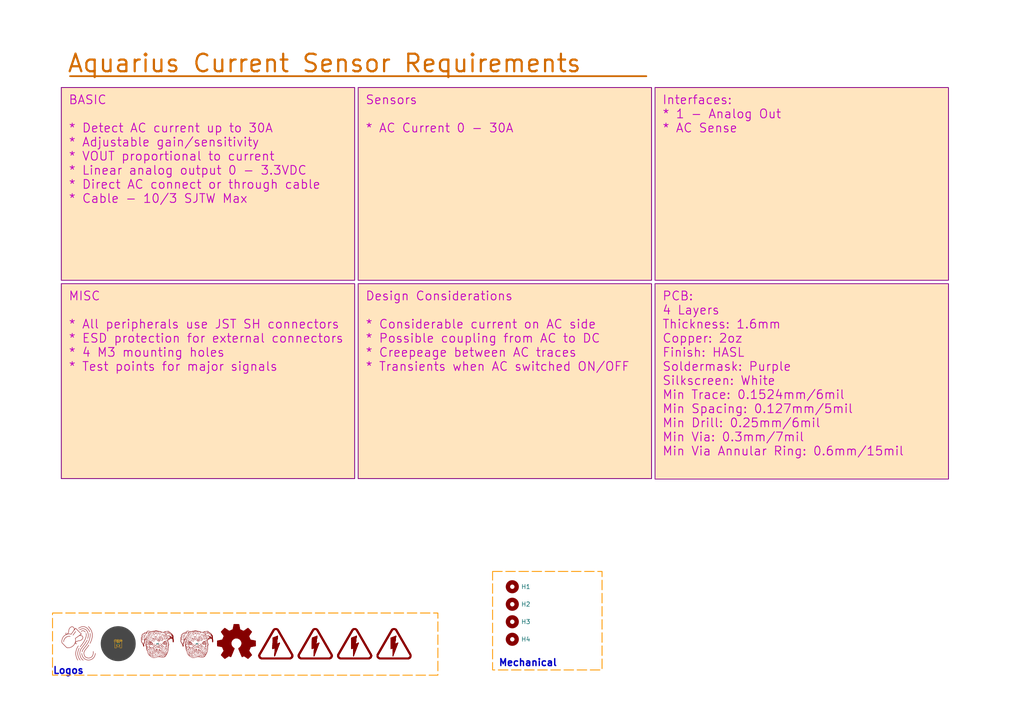
<source format=kicad_sch>
(kicad_sch (version 20250114) (generator "eeschema") (generator_version "9.0")
  (paper "A4")
  (title_block (title "Current Sensor") (date "<<release-date>>") (rev "<<tag>>") (comment 1 "<<hash>>"))
  (lib_symbols
    (symbol "CRGM Logos:Aquarius Logo")
    (symbol "CRGM Logos:CRGM Logo")
    (symbol "CRGM Logos:Roxy Logo" (in_bom no))
    (symbol "CRGM Symbols:High Voltage")
    (symbol "Graphic:Logo_Open_Hardware_Small" (in_bom no) (on_board no))
    (symbol "Mechanical:MountingHole" (pin_names (offset 1.016)) (exclude_from_sim yes) (in_bom no)
      (property "Reference" "H" (at 0 5.08 0))
      (property "Value" "MountingHole" (at 0 3.175 0))
    )
  )
  (rectangle (start 142.875 165.735) (end 174.625 194.31) (stroke (width 0.254) (type dash) (color 255 153 0 1)))
  (rectangle (start 15.24 177.8) (end 127 195.834) (stroke (width 0.254) (type dash) (color 255 153 0 1)))
  (text "Logos" (at 15.24 195.834 0) (effects (font (size 2 2) (thickness 0.4) (bold yes)) (justify left bottom)))
  (text "Aquarius Current Sensor Requirements" (at 19.304 15.621 0) (effects (font (size 5.08 5.08) (thickness 0.635) (bold yes)) (justify left top)))
  (text "Mechanical" (at 144.526 193.548 0) (effects (font (size 2 2) (thickness 0.4) (bold yes)) (justify left bottom)))
  (text_box "Interfaces:\n* 1 - Analog Out\n* AC Sense" (exclude_from_sim yes) (at 189.992 25.4 0) (size 85.09 55.88) (margins 2.032 2.032 2.032 2.032) (stroke (width 0.254) (color 132 0 132 1)) (fill (type color) (color 255 229 191 1)) (effects (font (size 2.54 2.54) (thickness 0.254) (bold yes)) (justify left top)))
  (text_box "PCB:\n4 Layers\nThickness: 1.6mm\nCopper: 2oz\nFinish: HASL\nSoldermask: Purple\nSilkscreen: White\nMin Trace: 0.1524mm/6mil\nMin Spacing: 0.127mm/5mil\nMin Drill: 0.25mm/6mil\nMin Via: 0.3mm/7mil\nMin Via Annular Ring: 0.6mm/15mil\n\n" (exclude_from_sim yes) (at 189.992 82.296 0) (size 85.09 56.642) (margins 2.032 2.032 2.032 2.032) (stroke (width 0.254) (color 132 0 132 1)) (fill (type color) (color 255 229 191 1)) (effects (font (size 2.54 2.54) (thickness 0.254) (bold yes)) (justify left top)))
  (text_box "BASIC\n\n* Detect AC current up to 30A\n* Adjustable gain/sensitivity\n* VOUT proportional to current\n* Linear analog output 0 - 3.3VDC\n* Direct AC connect or through cable\n* Cable - 10/3 SJTW Max" (exclude_from_sim yes) (at 17.78 25.4 0) (size 85.09 55.88) (margins 2.032 2.032 2.032 2.032) (stroke (width 0.254) (color 132 0 132 1)) (fill (type color) (color 255 229 191 1)) (effects (font (size 2.54 2.54) (thickness 0.254) (bold yes)) (justify left top)))
  (text_box "MISC\n\n* All peripherals use JST SH connectors\n* ESD protection for external connectors\n* 4 M3 mounting holes\n* Test points for major signals" (exclude_from_sim yes) (at 17.78 82.296 0) (size 85.09 56.515) (margins 2.032 2.032 2.032 2.032) (stroke (width 0.254) (color 132 0 132 1)) (fill (type color) (color 255 229 191 1)) (effects (font (size 2.54 2.54) (thickness 0.254) (bold yes)) (justify left top)))
  (text_box "Sensors\n\n* AC Current 0 - 30A\n" (exclude_from_sim yes) (at 103.886 25.4 0) (size 85.09 55.88) (margins 2.032 2.032 2.032 2.032) (stroke (width 0.254) (color 132 0 132 1)) (fill (type color) (color 255 229 191 1)) (effects (font (size 2.54 2.54) (thickness 0.254) (bold yes)) (justify left top)))
  (text_box "Design Considerations\n\n* Considerable current on AC side\n* Possible coupling from AC to DC\n* Creepeage between AC traces\n* Transients when AC switched ON/OFF" (exclude_from_sim yes) (at 103.886 82.296 0) (size 85.09 56.515) (margins 2.032 2.032 2.032 2.032) (stroke (width 0.254) (color 132 0 132 1)) (fill (type color) (color 255 229 191 1)) (effects (font (size 2.54 2.54) (thickness 0.254) (bold yes)) (justify left top)))
  (polyline (pts (xy 20.32 22.098) (xy 187.452 22.098)) (stroke (width 0.508) (color 204 102 0 1)))
  (symbol (lib_id "CRGM Logos:Aquarius Logo") (at 22.86 186.69 0) (unit 1) (in_bom no)
    (property "Reference" "LOGO3" (effects (hide yes)))
    (property "Footprint" "CRGM Logos:Aquarius Logo 5mm" (effects (hide yes)))
  )
  (symbol (lib_id "Graphic:Logo_Open_Hardware_Small") (at 68.58 186.69 0) (unit 1) (in_bom no)
    (property "Reference" "LOGO4" (effects (hide yes)))
    (property "Footprint" "Symbol:OSHW-Logo_5.7x6mm_SilkScreen" (effects (hide yes)))
    (property "Description" "Open Hardware logo, small" (effects (hide yes)))
  )
  (symbol (lib_id "CRGM Logos:Roxy Logo") (at 57.15 186.69 0) (unit 1) (in_bom no)
    (property "Reference" "LOGO2" (effects (hide yes)))
    (property "Value" "~" (at 57.15 186.69 0))
    (property "Footprint" "CRGM Logos:Roxy 5mm" (effects (hide yes)))
  )
  (symbol (lib_id "CRGM Symbols:High Voltage") (at 102.87 186.69 0) (unit 1) (in_bom no)
    (property "Reference" "S3" (effects (hide yes)))
    (property "Footprint" "CRGM Symbols:HIGH-VOLTAGE-5MM" (effects (hide yes)))
  )
  (symbol (lib_id "Mechanical:MountingHole") (at 148.59 175.26 0) (unit 1) (in_bom no)
    (property "Reference" "H2" (at 151.13 175.26 0) (effects (justify left)))
    (property "Footprint" "CRGM Mechanical:MountingHole_3.2mm_M3_Pad_Via" (effects (hide yes)))
    (property "Description" "Mounting Hole without connection" (effects (hide yes)))
  )
  (symbol (lib_id "CRGM Symbols:High Voltage") (at 114.3 186.69 0) (unit 1) (in_bom no)
    (property "Reference" "S4" (effects (hide yes)))
    (property "Footprint" "CRGM Symbols:HIGH-VOLTAGE-5MM" (effects (hide yes)))
  )
  (symbol (lib_id "CRGM Logos:CRGM Logo") (at 34.29 186.69 0) (unit 1) (in_bom no)
    (property "Reference" "LOGO1" (effects (hide yes)))
    (property "Value" "~" (at 34.29 186.69 0))
    (property "Footprint" "CRGM Logos:CRGM Logo 7mm" (effects (hide yes)))
  )
  (symbol (lib_id "CRGM Symbols:High Voltage") (at 80.01 186.69 0) (unit 1) (in_bom no)
    (property "Reference" "S1" (effects (hide yes)))
    (property "Footprint" "CRGM Symbols:HIGH-VOLTAGE-5MM" (effects (hide yes)))
  )
  (symbol (lib_id "Mechanical:MountingHole") (at 148.59 185.42 0) (unit 1) (in_bom no)
    (property "Reference" "H4" (at 151.13 185.42 0) (effects (justify left)))
    (property "Footprint" "CRGM Mechanical:MountingHole_3.2mm_M3_Pad_Via" (effects (hide yes)))
    (property "Description" "Mounting Hole without connection" (effects (hide yes)))
  )
  (symbol (lib_id "Mechanical:MountingHole") (at 148.59 170.18 0) (unit 1) (in_bom no)
    (property "Reference" "H1" (at 151.13 170.18 0) (effects (justify left)))
    (property "Footprint" "CRGM Mechanical:MountingHole_3.2mm_M3_Pad_Via" (effects (hide yes)))
    (property "Description" "Mounting Hole without connection" (effects (hide yes)))
  )
  (symbol (lib_id "CRGM Symbols:High Voltage") (at 91.44 186.69 0) (unit 1) (in_bom no)
    (property "Reference" "S2" (effects (hide yes)))
    (property "Footprint" "CRGM Symbols:HIGH-VOLTAGE-5MM" (effects (hide yes)))
  )
  (symbol (lib_id "CRGM Logos:Roxy Logo") (at 45.72 186.69 0) (unit 1) (in_bom no)
    (property "Reference" "LOGO5" (effects (hide yes)))
    (property "Value" "~" (at 45.72 186.69 0))
    (property "Footprint" "CRGM Logos:Roxy 6.5mm" (effects (hide yes)))
  )
  (symbol (lib_id "Mechanical:MountingHole") (at 148.59 180.34 0) (unit 1) (in_bom no)
    (property "Reference" "H3" (at 151.13 180.34 0) (effects (justify left)))
    (property "Footprint" "CRGM Mechanical:MountingHole_3.2mm_M3_Pad_Via" (effects (hide yes)))
    (property "Description" "Mounting Hole without connection" (effects (hide yes)))
  )
)
</source>
